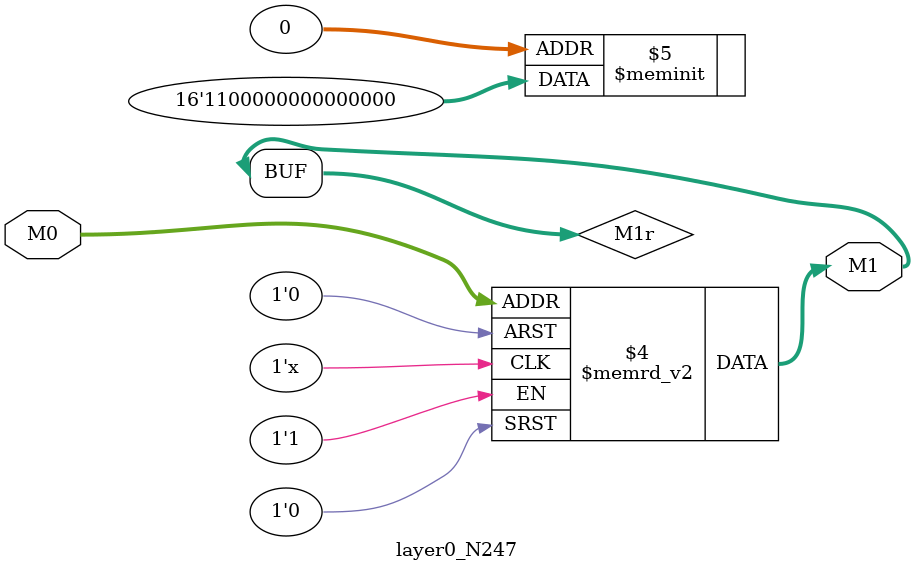
<source format=v>
module layer0_N247 ( input [2:0] M0, output [1:0] M1 );

	(*rom_style = "distributed" *) reg [1:0] M1r;
	assign M1 = M1r;
	always @ (M0) begin
		case (M0)
			3'b000: M1r = 2'b00;
			3'b100: M1r = 2'b00;
			3'b010: M1r = 2'b00;
			3'b110: M1r = 2'b00;
			3'b001: M1r = 2'b00;
			3'b101: M1r = 2'b00;
			3'b011: M1r = 2'b00;
			3'b111: M1r = 2'b11;

		endcase
	end
endmodule

</source>
